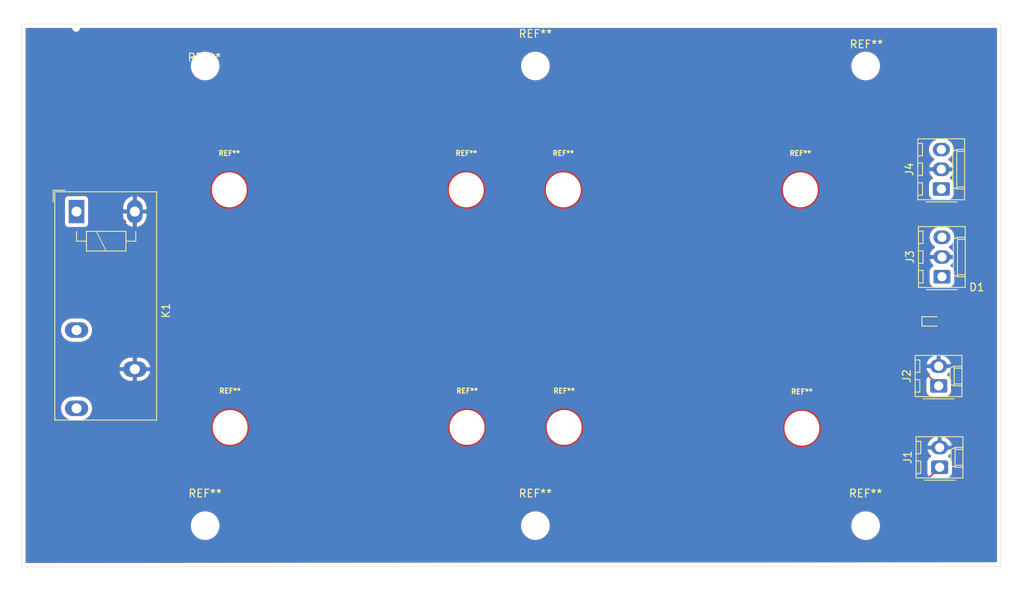
<source format=kicad_pcb>
(kicad_pcb (version 20241229) (generator "pcbnew") (generator_version "9.0")
  (layers (0 "F.Cu" signal) (2 "B.Cu" signal) (13 "F.Paste" user) (15 "B.Paste" user) (5 "F.SilkS" user "F.Silkscreen") (7 "B.SilkS" user "B.Silkscreen") (1 "F.Mask" user) (3 "B.Mask" user) (25 "Edge.Cuts" user))
  (net 0 "")
  (net 1 "+12V")
  (net 2 "GND")
  (net 3 "Net-(J3-Pin_3)")
  (net 4 "Net-(J3-Pin_1)")
  (footprint "MyLibrary:WA-SMSR_9775041360" (layer "F.Cu") (at 132.694998 78.849998)
    (property "Reference" "REF**" (at 0 -4.7064 0) (layer "F.SilkS") (effects (font (size 0.64 0.64))))
    (property "Value" "WA-SMSR_9775041360")
    (fp_arc (start -2.975 0) (mid -2.103643 -2.103643) (end 0 -2.975) (stroke (width 1.45)) (layer "F.Cu"))
    (fp_arc (start 0 -2.975) (mid 2.103643 -2.103643) (end 2.975 0) (stroke (width 1.45)) (layer "F.Cu"))
    (fp_arc (start 0 2.975) (mid -2.103643 2.103643) (end -2.975 0) (stroke (width 1.45)) (layer "F.Cu"))
    (fp_arc (start 2.975 0) (mid 2.103643 2.103643) (end 0 2.975) (stroke (width 1.45)) (layer "F.Cu"))
    (pad "" np_thru_hole circle (at 0 0) (size 4.4 4.4) (drill 4.4) (layers "*.Cu" "*.Mask"))
    (pad "1" smd rect (at 0 -2.975) (size 1 1) (layers "F.Cu"))
    (pad "2" smd rect (at 2.975 0) (size 1 1) (layers "F.Cu"))
    (pad "3" smd rect (at 0 2.975) (size 1 1) (layers "F.Cu"))
    (pad "4" smd rect (at -2.975 0) (size 1 1) (layers "F.Cu"))
  )
  (footprint "MyLibrary:WA-SMSR_9775041360" (layer "F.Cu") (at 132.795 109.45)
    (property "Reference" "REF**" (at 0 -4.7064 0) (layer "F.SilkS") (effects (font (size 0.64 0.64))))
    (property "Value" "WA-SMSR_9775041360")
    (fp_arc (start -2.975 0) (mid -2.103643 -2.103643) (end 0 -2.975) (stroke (width 1.45)) (layer "F.Cu"))
    (fp_arc (start 0 -2.975) (mid 2.103643 -2.103643) (end 2.975 0) (stroke (width 1.45)) (layer "F.Cu"))
    (fp_arc (start 0 2.975) (mid -2.103643 2.103643) (end -2.975 0) (stroke (width 1.45)) (layer "F.Cu"))
    (fp_arc (start 2.975 0) (mid 2.103643 2.103643) (end 0 2.975) (stroke (width 1.45)) (layer "F.Cu"))
    (pad "" np_thru_hole circle (at 0 0) (size 4.4 4.4) (drill 4.4) (layers "*.Cu" "*.Mask"))
    (pad "1" smd rect (at 0 -2.975) (size 1 1) (layers "F.Cu"))
    (pad "2" smd rect (at 2.975 0) (size 1 1) (layers "F.Cu"))
    (pad "3" smd rect (at 0 2.975) (size 1 1) (layers "F.Cu"))
    (pad "4" smd rect (at -2.975 0) (size 1 1) (layers "F.Cu"))
  )
  (footprint "Diode_SMD:D_SOD-523" (layer "F.Cu") (at 180.1 95.8)
    (property "Reference" "D1" (at 5.8 -4.4 0) (layer "F.SilkS"))
    (property "Value" "1N4148WT")
    (fp_line (start -1.26 -0.6) (end -1.26 0.6) (stroke (width 0.12)) (layer "F.SilkS"))
    (fp_line (start 0.7 -0.6) (end -1.26 -0.6) (stroke (width 0.12)) (layer "F.SilkS"))
    (fp_line (start 0.7 0.6) (end -1.26 0.6) (stroke (width 0.12)) (layer "F.SilkS"))
    (pad "1" smd roundrect (at -0.7 0 180) (size 0.6 0.7) (layers "F.Cu" "F.Mask" "F.Paste") (net 1 "+12V"))
    (pad "2" smd roundrect (at 0.7 0 180) (size 0.6 0.7) (layers "F.Cu" "F.Mask" "F.Paste") (net 2 "GND"))
  )
  (footprint "MountingHole:MountingHole_3.2mm_M3" (layer "F.Cu") (at 171.6 122.1)
    (property "Reference" "REF**" (at 0 -4.15 0) (layer "F.SilkS"))
    (property "Value" "MountingHole_3.2mm_M3")
    (pad "" np_thru_hole circle (at 0 0) (size 3.2 3.2) (drill 3.2) (layers "*.Cu" "*.Mask"))
  )
  (footprint "MountingHole:MountingHole_3.2mm_M3" (layer "F.Cu") (at 129.1 122.1)
    (property "Reference" "REF**" (at 0 -4.15 0) (layer "F.SilkS"))
    (property "Value" "MountingHole_3.2mm_M3")
    (pad "" np_thru_hole circle (at 0 0) (size 3.2 3.2) (drill 3.2) (layers "*.Cu" "*.Mask"))
  )
  (footprint "MyLibrary:WA-SMSR_9775041360" (layer "F.Cu") (at 89.71 78.85)
    (property "Reference" "REF**" (at 0 -4.7064 0) (layer "F.SilkS") (effects (font (size 0.64 0.64))))
    (property "Value" "WA-SMSR_9775041360")
    (fp_arc (start -2.975 0) (mid -2.103643 -2.103643) (end 0 -2.975) (stroke (width 1.45)) (layer "F.Cu"))
    (fp_arc (start 0 -2.975) (mid 2.103643 -2.103643) (end 2.975 0) (stroke (width 1.45)) (layer "F.Cu"))
    (fp_arc (start 0 2.975) (mid -2.103643 2.103643) (end -2.975 0) (stroke (width 1.45)) (layer "F.Cu"))
    (fp_arc (start 2.975 0) (mid 2.103643 2.103643) (end 0 2.975) (stroke (width 1.45)) (layer "F.Cu"))
    (pad "" np_thru_hole circle (at 0 0) (size 4.4 4.4) (drill 4.4) (layers "*.Cu" "*.Mask"))
    (pad "1" smd rect (at 0 -2.975) (size 1 1) (layers "F.Cu"))
    (pad "2" smd rect (at 2.975 0) (size 1 1) (layers "F.Cu"))
    (pad "3" smd rect (at 0 2.975) (size 1 1) (layers "F.Cu"))
    (pad "4" smd rect (at -2.975 0) (size 1 1) (layers "F.Cu"))
  )
  (footprint "MountingHole:MountingHole_3.2mm_M3" (layer "F.Cu") (at 129.1 62.9)
    (property "Reference" "REF**" (at 0 -4.15 0) (layer "F.SilkS"))
    (property "Value" "MountingHole_3.2mm_M3")
    (pad "" np_thru_hole circle (at 0 0) (size 3.2 3.2) (drill 3.2) (layers "*.Cu" "*.Mask"))
  )
  (footprint "MyLibrary:WA-SMSR_9775041360" (layer "F.Cu") (at 89.81 109.45)
    (property "Reference" "REF**" (at 0 -4.7064 0) (layer "F.SilkS") (effects (font (size 0.64 0.64))))
    (property "Value" "WA-SMSR_9775041360")
    (fp_arc (start -2.975 0) (mid -2.103643 -2.103643) (end 0 -2.975) (stroke (width 1.45)) (layer "F.Cu"))
    (fp_arc (start 0 -2.975) (mid 2.103643 -2.103643) (end 2.975 0) (stroke (width 1.45)) (layer "F.Cu"))
    (fp_arc (start 0 2.975) (mid -2.103643 2.103643) (end -2.975 0) (stroke (width 1.45)) (layer "F.Cu"))
    (fp_arc (start 2.975 0) (mid 2.103643 2.103643) (end 0 2.975) (stroke (width 1.45)) (layer "F.Cu"))
    (pad "" np_thru_hole circle (at 0 0) (size 4.4 4.4) (drill 4.4) (layers "*.Cu" "*.Mask"))
    (pad "1" smd rect (at 0 -2.975) (size 1 1) (layers "F.Cu"))
    (pad "2" smd rect (at 2.975 0) (size 1 1) (layers "F.Cu"))
    (pad "3" smd rect (at 0 2.975) (size 1 1) (layers "F.Cu"))
    (pad "4" smd rect (at -2.975 0) (size 1 1) (layers "F.Cu"))
  )
  (footprint "Connector_Molex:Molex_KK-254_AE-6410-03A_1x03_P2.54mm_Vertical" (layer "F.Cu") (at 181.42 90.04 90)
    (property "Reference" "J3" (at 2.54 -4.12 90) (layer "F.SilkS"))
    (property "Value" "Conn_01x03_Pin")
    (fp_line (start 6.46 -3.03) (end -1.38 -3.03) (stroke (width 0.12)) (layer "F.SilkS"))
    (fp_line (start 4.28 -3.03) (end 4.28 -2.43) (stroke (width 0.12)) (layer "F.SilkS"))
    (fp_line (start 1.74 -3.03) (end 1.74 -2.43) (stroke (width 0.12)) (layer "F.SilkS"))
    (fp_line (start -0.8 -3.03) (end -0.8 -2.43) (stroke (width 0.12)) (layer "F.SilkS"))
    (fp_line (start -1.38 -3.03) (end -1.38 2.99) (stroke (width 0.12)) (layer "F.SilkS"))
    (fp_line (start 5.88 -2.43) (end 5.88 -3.03) (stroke (width 0.12)) (layer "F.SilkS"))
    (fp_line (start 4.28 -2.43) (end 5.88 -2.43) (stroke (width 0.12)) (layer "F.SilkS"))
    (fp_line (start 3.34 -2.43) (end 3.34 -3.03) (stroke (width 0.12)) (layer "F.SilkS"))
    (fp_line (start 1.74 -2.43) (end 3.34 -2.43) (stroke (width 0.12)) (layer "F.SilkS"))
    (fp_line (start 0.8 -2.43) (end 0.8 -3.03) (stroke (width 0.12)) (layer "F.SilkS"))
    (fp_line (start -0.8 -2.43) (end 0.8 -2.43) (stroke (width 0.12)) (layer "F.SilkS"))
    (fp_line (start -1.67 -2) (end -1.67 2) (stroke (width 0.12)) (layer "F.SilkS"))
    (fp_line (start 4.83 1.46) (end 5.08 1.99) (stroke (width 0.12)) (layer "F.SilkS"))
    (fp_line (start 0.25 1.46) (end 4.83 1.46) (stroke (width 0.12)) (layer "F.SilkS"))
    (fp_line (start 5.08 1.99) (end 5.08 2.99) (stroke (width 0.12)) (layer "F.SilkS"))
    (fp_line (start 0 1.99) (end 0.25 1.46) (stroke (width 0.12)) (layer "F.SilkS"))
    (fp_line (start 0 1.99) (end 5.08 1.99) (stroke (width 0.12)) (layer "F.SilkS"))
    (fp_line (start 6.46 2.99) (end 6.46 -3.03) (stroke (width 0.12)) (layer "F.SilkS"))
    (fp_line (start 4.83 2.99) (end 4.83 1.99) (stroke (width 0.12)) (layer "F.SilkS"))
    (fp_line (start 0.25 2.99) (end 0.25 1.99) (stroke (width 0.12)) (layer "F.SilkS"))
    (fp_line (start 0 2.99) (end 0 1.99) (stroke (width 0.12)) (layer "F.SilkS"))
    (fp_line (start -1.38 2.99) (end 6.46 2.99) (stroke (width 0.12)) (layer "F.SilkS"))
    (pad "1" thru_hole roundrect (at 0 0 90) (size 1.74 2.19) (drill 1.19) (layers "*.Cu" "*.Mask") (roundrect_rratio 0.143678) (net 4 "Net-(J3-Pin_1)"))
    (pad "2" thru_hole oval (at 2.54 0 90) (size 1.74 2.19) (drill 1.19) (layers "*.Cu" "*.Mask") (net 2 "GND"))
    (pad "3" thru_hole oval (at 5.08 0 90) (size 1.74 2.19) (drill 1.19) (layers "*.Cu" "*.Mask") (net 3 "Net-(J3-Pin_3)"))
  )
  (footprint "MyLibrary:WA-SMSR_9775041360" (layer "F.Cu") (at 120.209999 78.849999)
    (property "Reference" "REF**" (at 0 -4.7064 0) (layer "F.SilkS") (effects (font (size 0.64 0.64))))
    (property "Value" "WA-SMSR_9775041360")
    (fp_arc (start -2.975 0) (mid -2.103643 -2.103643) (end 0 -2.975) (stroke (width 1.45)) (layer "F.Cu"))
    (fp_arc (start 0 -2.975) (mid 2.103643 -2.103643) (end 2.975 0) (stroke (width 1.45)) (layer "F.Cu"))
    (fp_arc (start 0 2.975) (mid -2.103643 2.103643) (end -2.975 0) (stroke (width 1.45)) (layer "F.Cu"))
    (fp_arc (start 2.975 0) (mid 2.103643 2.103643) (end 0 2.975) (stroke (width 1.45)) (layer "F.Cu"))
    (pad "" np_thru_hole circle (at 0 0) (size 4.4 4.4) (drill 4.4) (layers "*.Cu" "*.Mask"))
    (pad "1" smd rect (at 0 -2.975) (size 1 1) (layers "F.Cu"))
    (pad "2" smd rect (at 2.975 0) (size 1 1) (layers "F.Cu"))
    (pad "3" smd rect (at 0 2.975) (size 1 1) (layers "F.Cu"))
    (pad "4" smd rect (at -2.975 0) (size 1 1) (layers "F.Cu"))
  )
  (footprint "MountingHole:MountingHole_3.2mm_M3" (layer "F.Cu") (at 86.6 62.9)
    (property "Reference" "REF**" (at -0.1 -1.1 0) (layer "F.SilkS"))
    (property "Value" "MountingHole_3.2mm_M3")
    (pad "" np_thru_hole circle (at 0 0) (size 3.2 3.2) (drill 3.2) (layers "*.Cu" "*.Mask"))
  )
  (footprint "Connector_Molex:Molex_KK-254_AE-6410-02A_1x02_P2.54mm_Vertical" (layer "F.Cu") (at 181.12 114.575 90)
    (property "Reference" "J1" (at 1.27 -4.12 90) (layer "F.SilkS"))
    (property "Value" "Conn_01x02_Pin")
    (fp_line (start 3.92 -3.03) (end -1.38 -3.03) (stroke (width 0.12)) (layer "F.SilkS"))
    (fp_line (start 1.74 -3.03) (end 1.74 -2.43) (stroke (width 0.12)) (layer "F.SilkS"))
    (fp_line (start -0.8 -3.03) (end -0.8 -2.43) (stroke (width 0.12)) (layer "F.SilkS"))
    (fp_line (start -1.38 -3.03) (end -1.38 2.99) (stroke (width 0.12)) (layer "F.SilkS"))
    (fp_line (start 3.34 -2.43) (end 3.34 -3.03) (stroke (width 0.12)) (layer "F.SilkS"))
    (fp_line (start 1.74 -2.43) (end 3.34 -2.43) (stroke (width 0.12)) (layer "F.SilkS"))
    (fp_line (start 0.8 -2.43) (end 0.8 -3.03) (stroke (width 0.12)) (layer "F.SilkS"))
    (fp_line (start -0.8 -2.43) (end 0.8 -2.43) (stroke (width 0.12)) (layer "F.SilkS"))
    (fp_line (start -1.67 -2) (end -1.67 2) (stroke (width 0.12)) (layer "F.SilkS"))
    (fp_line (start 2.29 1.46) (end 2.54 1.99) (stroke (width 0.12)) (layer "F.SilkS"))
    (fp_line (start 0.25 1.46) (end 2.29 1.46) (stroke (width 0.12)) (layer "F.SilkS"))
    (fp_line (start 2.54 1.99) (end 2.54 2.99) (stroke (width 0.12)) (layer "F.SilkS"))
    (fp_line (start 0 1.99) (end 0.25 1.46) (stroke (width 0.12)) (layer "F.SilkS"))
    (fp_line (start 0 1.99) (end 2.54 1.99) (stroke (width 0.12)) (layer "F.SilkS"))
    (fp_line (start 3.92 2.99) (end 3.92 -3.03) (stroke (width 0.12)) (layer "F.SilkS"))
    (fp_line (start 2.29 2.99) (end 2.29 1.99) (stroke (width 0.12)) (layer "F.SilkS"))
    (fp_line (start 0.25 2.99) (end 0.25 1.99) (stroke (width 0.12)) (layer "F.SilkS"))
    (fp_line (start 0 2.99) (end 0 1.99) (stroke (width 0.12)) (layer "F.SilkS"))
    (fp_line (start -1.38 2.99) (end 3.92 2.99) (stroke (width 0.12)) (layer "F.SilkS"))
    (pad "1" thru_hole roundrect (at 0 0 90) (size 1.74 2.19) (drill 1.19) (layers "*.Cu" "*.Mask") (roundrect_rratio 0.143678) (net 1 "+12V"))
    (pad "2" thru_hole oval (at 2.54 0 90) (size 1.74 2.19) (drill 1.19) (layers "*.Cu" "*.Mask") (net 2 "GND"))
  )
  (footprint "MyLibrary:WA-SMSR_9775041360" (layer "F.Cu") (at 163.194999 78.849999)
    (property "Reference" "REF**" (at 0 -4.7064 0) (layer "F.SilkS") (effects (font (size 0.64 0.64))))
    (property "Value" "WA-SMSR_9775041360")
    (fp_arc (start -2.975 0) (mid -2.103643 -2.103643) (end 0 -2.975) (stroke (width 1.45)) (layer "F.Cu"))
    (fp_arc (start 0 -2.975) (mid 2.103643 -2.103643) (end 2.975 0) (stroke (width 1.45)) (layer "F.Cu"))
    (fp_arc (start 0 2.975) (mid -2.103643 2.103643) (end -2.975 0) (stroke (width 1.45)) (layer "F.Cu"))
    (fp_arc (start 2.975 0) (mid 2.103643 2.103643) (end 0 2.975) (stroke (width 1.45)) (layer "F.Cu"))
    (pad "" np_thru_hole circle (at 0 0) (size 4.4 4.4) (drill 4.4) (layers "*.Cu" "*.Mask"))
    (pad "1" smd rect (at 0 -2.975) (size 1 1) (layers "F.Cu"))
    (pad "2" smd rect (at 2.975 0) (size 1 1) (layers "F.Cu"))
    (pad "3" smd rect (at 0 2.975) (size 1 1) (layers "F.Cu"))
    (pad "4" smd rect (at -2.975 0) (size 1 1) (layers "F.Cu"))
  )
  (footprint "Connector_Molex:Molex_KK-254_AE-6410-02A_1x02_P2.54mm_Vertical" (layer "F.Cu") (at 180.998 104.098 90)
    (property "Reference" "J2" (at 1.27 -4.12 90) (layer "F.SilkS"))
    (property "Value" "Conn_01x02_Pin")
    (fp_line (start 3.92 -3.03) (end -1.38 -3.03) (stroke (width 0.12)) (layer "F.SilkS"))
    (fp_line (start 1.74 -3.03) (end 1.74 -2.43) (stroke (width 0.12)) (layer "F.SilkS"))
    (fp_line (start -0.8 -3.03) (end -0.8 -2.43) (stroke (width 0.12)) (layer "F.SilkS"))
    (fp_line (start -1.38 -3.03) (end -1.38 2.99) (stroke (width 0.12)) (layer "F.SilkS"))
    (fp_line (start 3.34 -2.43) (end 3.34 -3.03) (stroke (width 0.12)) (layer "F.SilkS"))
    (fp_line (start 1.74 -2.43) (end 3.34 -2.43) (stroke (width 0.12)) (layer "F.SilkS"))
    (fp_line (start 0.8 -2.43) (end 0.8 -3.03) (stroke (width 0.12)) (layer "F.SilkS"))
    (fp_line (start -0.8 -2.43) (end 0.8 -2.43) (stroke (width 0.12)) (layer "F.SilkS"))
    (fp_line (start -1.67 -2) (end -1.67 2) (stroke (width 0.12)) (layer "F.SilkS"))
    (fp_line (start 2.29 1.46) (end 2.54 1.99) (stroke (width 0.12)) (layer "F.SilkS"))
    (fp_line (start 0.25 1.46) (end 2.29 1.46) (stroke (width 0.12)) (layer "F.SilkS"))
    (fp_line (start 2.54 1.99) (end 2.54 2.99) (stroke (width 0.12)) (layer "F.SilkS"))
    (fp_line (start 0 1.99) (end 0.25 1.46) (stroke (width 0.12)) (layer "F.SilkS"))
    (fp_line (start 0 1.99) (end 2.54 1.99) (stroke (width 0.12)) (layer "F.SilkS"))
    (fp_line (start 3.92 2.99) (end 3.92 -3.03) (stroke (width 0.12)) (layer "F.SilkS"))
    (fp_line (start 2.29 2.99) (end 2.29 1.99) (stroke (width 0.12)) (layer "F.SilkS"))
    (fp_line (start 0.25 2.99) (end 0.25 1.99) (stroke (width 0.12)) (layer "F.SilkS"))
    (fp_line (start 0 2.99) (end 0 1.99) (stroke (width 0.12)) (layer "F.SilkS"))
    (fp_line (start -1.38 2.99) (end 3.92 2.99) (stroke (width 0.12)) (layer "F.SilkS"))
    (pad "1" thru_hole roundrect (at 0 0 90) (size 1.74 2.19) (drill 1.19) (layers "*.Cu" "*.Mask") (roundrect_rratio 0.143678) (net 1 "+12V"))
    (pad "2" thru_hole oval (at 2.54 0 90) (size 1.74 2.19) (drill 1.19) (layers "*.Cu" "*.Mask") (net 2 "GND"))
  )
  (footprint "MountingHole:MountingHole_3.2mm_M3" (layer "F.Cu") (at 86.6 122.1)
    (property "Reference" "REF**" (at 0 -4.15 0) (layer "F.SilkS"))
    (property "Value" "MountingHole_3.2mm_M3")
    (pad "" np_thru_hole circle (at 0 0) (size 3.2 3.2) (drill 3.2) (layers "*.Cu" "*.Mask"))
  )
  (footprint "MyLibrary:WA-SMSR_9775041360" (layer "F.Cu") (at 163.395 109.55)
    (property "Reference" "REF**" (at 0 -4.7064 0) (layer "F.SilkS") (effects (font (size 0.64 0.64))))
    (property "Value" "WA-SMSR_9775041360")
    (fp_arc (start -2.975 0) (mid -2.103643 -2.103643) (end 0 -2.975) (stroke (width 1.45)) (layer "F.Cu"))
    (fp_arc (start 0 -2.975) (mid 2.103643 -2.103643) (end 2.975 0) (stroke (width 1.45)) (layer "F.Cu"))
    (fp_arc (start 0 2.975) (mid -2.103643 2.103643) (end -2.975 0) (stroke (width 1.45)) (layer "F.Cu"))
    (fp_arc (start 2.975 0) (mid 2.103643 2.103643) (end 0 2.975) (stroke (width 1.45)) (layer "F.Cu"))
    (pad "" np_thru_hole circle (at 0 0) (size 4.4 4.4) (drill 4.4) (layers "*.Cu" "*.Mask"))
    (pad "1" smd rect (at 0 -2.975) (size 1 1) (layers "F.Cu"))
    (pad "2" smd rect (at 2.975 0) (size 1 1) (layers "F.Cu"))
    (pad "3" smd rect (at 0 2.975) (size 1 1) (layers "F.Cu"))
    (pad "4" smd rect (at -2.975 0) (size 1 1) (layers "F.Cu"))
  )
  (footprint "Connector_Molex:Molex_KK-254_AE-6410-03A_1x03_P2.54mm_Vertical" (layer "F.Cu") (at 181.34 78.74 90)
    (property "Reference" "J4" (at 2.54 -4.12 90) (layer "F.SilkS"))
    (property "Value" "Conn_01x03_Pin")
    (fp_line (start 6.46 -3.03) (end -1.38 -3.03) (stroke (width 0.12)) (layer "F.SilkS"))
    (fp_line (start 4.28 -3.03) (end 4.28 -2.43) (stroke (width 0.12)) (layer "F.SilkS"))
    (fp_line (start 1.74 -3.03) (end 1.74 -2.43) (stroke (width 0.12)) (layer "F.SilkS"))
    (fp_line (start -0.8 -3.03) (end -0.8 -2.43) (stroke (width 0.12)) (layer "F.SilkS"))
    (fp_line (start -1.38 -3.03) (end -1.38 2.99) (stroke (width 0.12)) (layer "F.SilkS"))
    (fp_line (start 5.88 -2.43) (end 5.88 -3.03) (stroke (width 0.12)) (layer "F.SilkS"))
    (fp_line (start 4.28 -2.43) (end 5.88 -2.43) (stroke (width 0.12)) (layer "F.SilkS"))
    (fp_line (start 3.34 -2.43) (end 3.34 -3.03) (stroke (width 0.12)) (layer "F.SilkS"))
    (fp_line (start 1.74 -2.43) (end 3.34 -2.43) (stroke (width 0.12)) (layer "F.SilkS"))
    (fp_line (start 0.8 -2.43) (end 0.8 -3.03) (stroke (width 0.12)) (layer "F.SilkS"))
    (fp_line (start -0.8 -2.43) (end 0.8 -2.43) (stroke (width 0.12)) (layer "F.SilkS"))
    (fp_line (start -1.67 -2) (end -1.67 2) (stroke (width 0.12)) (layer "F.SilkS"))
    (fp_line (start 4.83 1.46) (end 5.08 1.99) (stroke (width 0.12)) (layer "F.SilkS"))
    (fp_line (start 0.25 1.46) (end 4.83 1.46) (stroke (width 0.12)) (layer "F.SilkS"))
    (fp_line (start 5.08 1.99) (end 5.08 2.99) (stroke (width 0.12)) (layer "F.SilkS"))
    (fp_line (start 0 1.99) (end 0.25 1.46) (stroke (width 0.12)) (layer "F.SilkS"))
    (fp_line (start 0 1.99) (end 5.08 1.99) (stroke (width 0.12)) (layer "F.SilkS"))
    (fp_line (start 6.46 2.99) (end 6.46 -3.03) (stroke (width 0.12)) (layer "F.SilkS"))
    (fp_line (start 4.83 2.99) (end 4.83 1.99) (stroke (width 0.12)) (layer "F.SilkS"))
    (fp_line (start 0.25 2.99) (end 0.25 1.99) (stroke (width 0.12)) (layer "F.SilkS"))
    (fp_line (start 0 2.99) (end 0 1.99) (stroke (width 0.12)) (layer "F.SilkS"))
    (fp_line (start -1.38 2.99) (end 6.46 2.99) (stroke (width 0.12)) (layer "F.SilkS"))
    (pad "1" thru_hole roundrect (at 0 0 90) (size 1.74 2.19) (drill 1.19) (layers "*.Cu" "*.Mask") (roundrect_rratio 0.143678) (net 4 "Net-(J3-Pin_1)"))
    (pad "2" thru_hole oval (at 2.54 0 90) (size 1.74 2.19) (drill 1.19) (layers "*.Cu" "*.Mask") (net 2 "GND"))
    (pad "3" thru_hole oval (at 5.08 0 90) (size 1.74 2.19) (drill 1.19) (layers "*.Cu" "*.Mask") (net 3 "Net-(J3-Pin_3)"))
  )
  (footprint "MountingHole:MountingHole_3.2mm_M3" (layer "F.Cu") (at 171.6 62.9)
    (property "Reference" "REF**" (at 0.1 -2.8 0) (layer "F.SilkS"))
    (property "Value" "MountingHole_3.2mm_M3")
    (pad "" np_thru_hole circle (at 0 0) (size 3.2 3.2) (drill 3.2) (layers "*.Cu" "*.Mask"))
  )
  (footprint "MyLibrary:WA-SMSR_9775041360" (layer "F.Cu") (at 120.309999 109.449999)
    (property "Reference" "REF**" (at 0 -4.7064 0) (layer "F.SilkS") (effects (font (size 0.64 0.64))))
    (property "Value" "WA-SMSR_9775041360")
    (fp_arc (start -2.975 0) (mid -2.103643 -2.103643) (end 0 -2.975) (stroke (width 1.45)) (layer "F.Cu"))
    (fp_arc (start 0 -2.975) (mid 2.103643 -2.103643) (end 2.975 0) (stroke (width 1.45)) (layer "F.Cu"))
    (fp_arc (start 0 2.975) (mid -2.103643 2.103643) (end -2.975 0) (stroke (width 1.45)) (layer "F.Cu"))
    (fp_arc (start 2.975 0) (mid 2.103643 2.103643) (end 0 2.975) (stroke (width 1.45)) (layer "F.Cu"))
    (pad "" np_thru_hole circle (at 0 0) (size 4.4 4.4) (drill 4.4) (layers "*.Cu" "*.Mask"))
    (pad "1" smd rect (at 0 -2.975) (size 1 1) (layers "F.Cu"))
    (pad "2" smd rect (at 2.975 0) (size 1 1) (layers "F.Cu"))
    (pad "3" smd rect (at 0 2.975) (size 1 1) (layers "F.Cu"))
    (pad "4" smd rect (at -2.975 0) (size 1 1) (layers "F.Cu"))
  )
  (footprint "Relay_THT:Relay_SPDT_Schrack-RT1-FormC_RM5mm" (layer "F.Cu") (at 70.05 81.65 -90)
    (property "Reference" "K1" (at 12.75 -11.5 90) (layer "F.SilkS"))
    (property "Value" "Relay_SPDT")
    (fp_line (start -2.75 3) (end -1.25 3) (stroke (width 0.12)) (layer "F.SilkS"))
    (fp_line (start -2.55 2.8) (end 26.85 2.8) (stroke (width 0.12)) (layer "F.SilkS"))
    (fp_line (start 26.85 2.8) (end 26.85 -10.3) (stroke (width 0.12)) (layer "F.SilkS"))
    (fp_line (start -2.75 1.5) (end -2.75 3) (stroke (width 0.12)) (layer "F.SilkS"))
    (fp_line (start 2.54 0) (end 3.81 0) (stroke (width 0.12)) (layer "F.SilkS"))
    (fp_line (start 3.81 0) (end 3.81 -1.27) (stroke (width 0.12)) (layer "F.SilkS"))
    (fp_line (start 2.54 -1.27) (end 3.81 -1.27) (stroke (width 0.12)) (layer "F.SilkS"))
    (fp_line (start 3.81 -1.27) (end 5.08 -1.27) (stroke (width 0.12)) (layer "F.SilkS"))
    (fp_line (start 5.08 -1.27) (end 5.08 -6.35) (stroke (width 0.12)) (layer "F.SilkS"))
    (fp_line (start 2.54 -2.54) (end 5.08 -3.81) (stroke (width 0.1)) (layer "F.SilkS"))
    (fp_line (start 2.54 -6.35) (end 2.54 -1.27) (stroke (width 0.12)) (layer "F.SilkS"))
    (fp_line (start 3.81 -6.35) (end 3.81 -7.62) (stroke (width 0.12)) (layer "F.SilkS"))
    (fp_line (start 5.08 -6.35) (end 2.54 -6.35) (stroke (width 0.12)) (layer "F.SilkS"))
    (fp_line (start 3.81 -7.62) (end 2.54 -7.62) (stroke (width 0.12)) (layer "F.SilkS"))
    (fp_line (start -2.55 -10.3) (end -2.55 2.8) (stroke (width 0.12)) (layer "F.SilkS"))
    (fp_line (start 26.85 -10.3) (end -2.55 -10.3) (stroke (width 0.12)) (layer "F.SilkS"))
    (pad "11" thru_hole oval (at 20.3 -7.5 90) (size 2 3) (drill 1.3) (layers "*.Cu" "*.Mask") (net 2 "GND"))
    (pad "12" thru_hole oval (at 15.26 0 90) (size 2 3) (drill 1.3) (layers "*.Cu" "*.Mask") (net 3 "Net-(J3-Pin_3)"))
    (pad "14" thru_hole oval (at 25.34 0 90) (size 2 3) (drill 1.3) (layers "*.Cu" "*.Mask") (net 4 "Net-(J3-Pin_1)"))
    (pad "A1" thru_hole rect (at 0 0 90) (size 3 2) (drill 1.3) (layers "*.Cu" "*.Mask") (net 1 "+12V"))
    (pad "A2" thru_hole oval (at 0 -7.5 90) (size 3 2) (drill 1.3) (layers "*.Cu" "*.Mask") (net 2 "GND"))
  )
  (gr_line (start 189 57.5) (end 63 57.5) (stroke (width 0.05)) (layer "Edge.Cuts"))
  (gr_line (start 189 127.3) (end 63 127.4) (stroke (width 0.05)) (layer "Edge.Cuts"))
  (gr_line (start 70 58) (end 70 58) (stroke (width 0.05)) (layer "Edge.Cuts"))
  (gr_line (start 63 57.5) (end 63 127.4) (stroke (width 0.05)) (layer "Edge.Cuts"))
  (gr_line (start 189 57.5) (end 189 127.3) (stroke (width 0.05)) (layer "Edge.Cuts"))
  (segment (start 111.396 75.104) (end 118.104 75.104) (width 0.2) (layer "F.Cu") (net 1))
  (segment (start 178.819 116.876) (end 181.12 114.575) (width 0.2) (layer "F.Cu") (net 1))
  (segment (start 180.998 104.098) (end 179.602 102.702) (width 0.2) (layer "F.Cu") (net 1))
  (segment (start 75.75 95.91) (end 87.01 95.91) (width 0.2) (layer "F.Cu") (net 3))
  (segment (start 130.33 105.72) (end 134.07 109.46) (width 0.2) (layer "F.Cu") (net 3))
  (segment (start 78.84 88.06) (end 75.1 91.8) (width 0.2) (layer "F.Cu") (net 3))
  (segment (start 76.36 82.98) (end 75.1 81.72) (width 0.2) (layer "F.Cu") (net 3))
  (segment (start 111.5 95) (end 115.26 95) (width 0.2) (layer "F.Cu") (net 3))
  (segment (start 175.04 95.29) (end 176.3 94.03) (width 0.2) (layer "F.Cu") (net 3))
  (segment (start 75.75 78.95) (end 79.05 75.65) (width 0.2) (layer "F.Cu") (net 4))
  (segment (start 86.650001 106.289999) (end 100.390001 106.289999) (width 0.2) (layer "F.Cu") (net 4))
  (segment (start 82.249 78.849) (end 87.409 78.849) (width 0.2) (layer "F.Cu") (net 4))
  (segment (start 111.5 100.08) (end 117.74 100.08) (width 0.2) (layer "F.Cu") (net 4))
  (segment (start 75.1 107.06) (end 75.1 108.76) (width 0.2) (layer "F.Cu") (net 4))
  (segment (start 79.05 75.65) (end 82.249 78.849) (width 0.2) (layer "F.Cu") (net 4))
  (segment (start 75.996 107.956) (end 75.1 107.06) (width 0.2) (layer "F.Cu") (net 4))
  (zone (net 2) (net_name "GND") (layers "F.Cu" "B.Cu") (connect_pads (clearance 0.5)) (min_thickness 0.25) (fill yes (thermal_gap 0.5) (thermal_bridge_width 0.5))
    (polygon (pts (xy 60.3 54.4) (xy 60.2 131.7) (xy 192 131.4) (xy 191.8 54.6)))
  )
)
</source>
